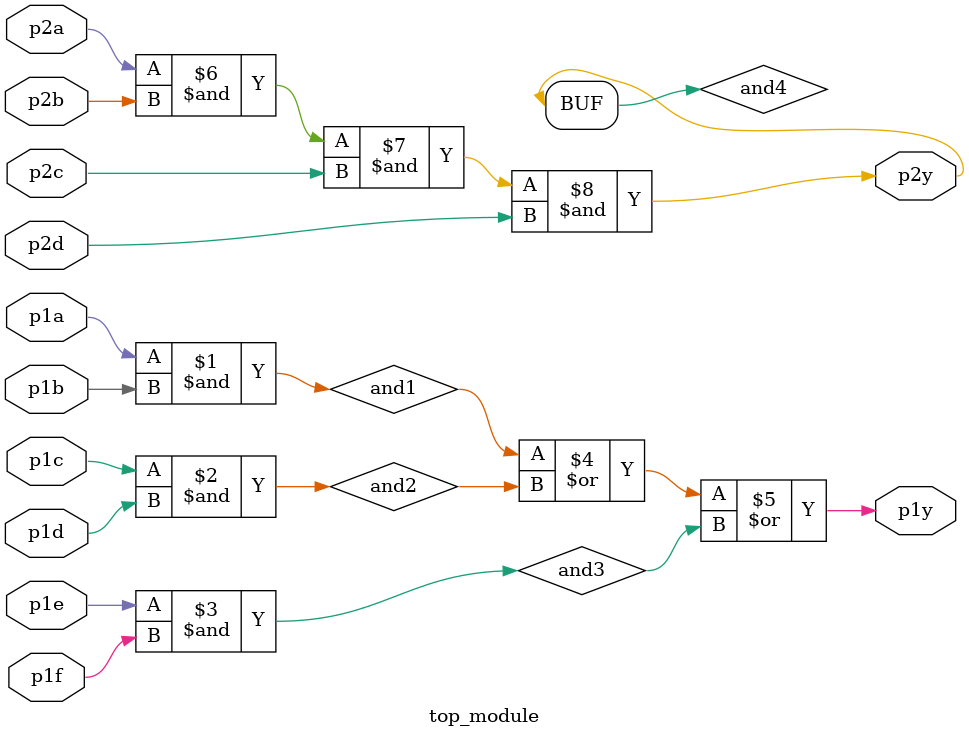
<source format=v>
module top_module ( 
    input p1a, p1b, p1c, p1d, p1e, p1f,
    output p1y,
    input p2a, p2b, p2c, p2d,
    output p2y );

  wire and1, and2, and3, and4;
  
  assign and1 = p1a & p1b;
  assign and2 = p1c & p1d;
  assign and3 = p1e & p1f;
  assign p1y = and1 | and2 | and3;

  assign and4 = p2a & p2b & p2c & p2d;
  assign p2y = and4;

endmodule
</source>
